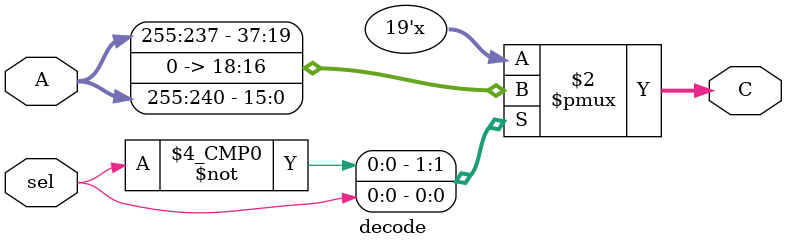
<source format=sv>
module decode (input logic [255:0] A,
													input logic sel,
													output logic [18:0] C);

	always_comb
		case(sel)
		
			1'b0: C = A[255:237];
			
			1'b1: C = { {3{1'b0}}, A[255:240]};

		endcase
	
endmodule
</source>
